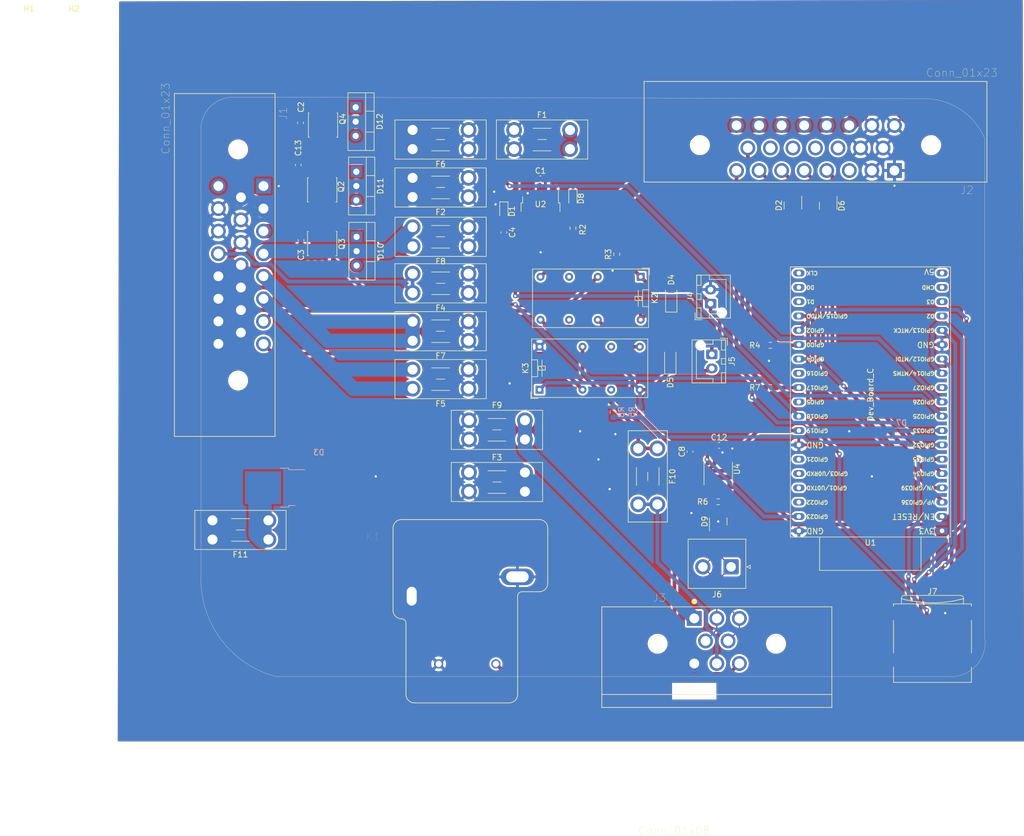
<source format=kicad_pcb>
(kicad_pcb (version 20211014) (generator pcbnew)
  (layers (0 "F.Cu" signal) (31 "B.Cu" signal) (34 "B.Paste" user) (35 "F.Paste" user) (36 "B.SilkS" user "B.Silkscreen") (37 "F.SilkS" user "F.Silkscreen") (38 "B.Mask" user) (39 "F.Mask" user) (44 "Edge.Cuts" user))
  (net 0 "")
  (net 1 "GND")
  (net 2 "/PUMP_RTRN_12V")
  (net 3 "INT_12V")
  (net 4 "+12V")
  (net 5 "/FAN_12V")
  (net 6 "/BATT_12V")
  (net 7 "/FAULT_LATCHER/IMD_SWITCH")
  (net 8 "/PUMP_12V")
  (net 9 "/BRAKE_12V")
  (net 10 "/BRAKE_RTRN_12V")
  (net 11 "/DCDC_IN")
  (net 12 "/FAULT_BMS")
  (net 13 "/FAULT_IMD")
  (net 14 "/BRB_RTN")
  (net 15 "/WHEEL_L")
  (net 16 "/WHEEL_R")
  (net 17 "/SUSPENSION_L")
  (net 18 "/SUSPENSION_R")
  (net 19 "/CAN_P")
  (net 20 "/CAN_N")
  (net 21 "VDD")
  (net 22 "/FAN_RTRN_12V")
  (net 23 "Net-(D8-Pad2)")
  (net 24 "/SSOK")
  (net 25 "/Controller/FAULT_IMD")
  (net 26 "/Controller/FAN_CTRL")
  (net 27 "/Controller/PUMP_CTRL")
  (net 28 "/Controller/BRAKE_CTRL")
  (net 33 "/Controller/CAN_MISO")
  (net 34 "/WATER_OUT-")
  (net 35 "/Controller/CAN_MOSI")
  (net 36 "/charge-controller/dcdc_fuse")
  (net 37 "/TSV")
  (net 38 "/WATER_IN-")
  (net 39 "Net-(K2-Pad13)")
  (net 54 "/Controller/DAT2")
  (net 55 "/Controller/DAT3")
  (net 56 "/Controller/CMD")
  (net 57 "/Controller/CLK")
  (net 58 "/Controller/DAT0")
  (net 59 "/Controller/DAT1")
  (net 60 "BMS_12V")
  (net 62 "/RINE_12")
  (net 63 "/BRB_LOOP")
  (net 64 "/FRONT_12")
  (net 65 "/HVB_12")
  (net 67 "/FAULT_LATCHER/BMS_SWITCH")
  (footprint "Package_TO_SOT_SMD:TO-252-2" (layer "F.Cu") (at 118.725 82.725 -90)
    (fp_text reference "U2")
    (fp_text value "TS2940CP33 ROG")
  )
  (footprint "MountingHole:MountingHole_3.2mm_M3" (layer "F.Cu") (at 35.95 50)
    (fp_text reference "H2")
    (fp_text value "MountingHole")
  )
  (footprint "Diode_SMD:D_SOD-123" (layer "F.Cu") (at 141.75 108.351115 90)
    (fp_text reference "D5")
    (fp_text value "1N4148")
  )
  (footprint "Capacitor_SMD:C_0603_1608Metric_Pad1.08x0.95mm_HandSolder" (layer "F.Cu") (at 76.15 66.035 -90)
    (fp_text reference "C2")
    (fp_text value "1u")
  )
  (footprint "AERO_Footprints:Fuseholder_Blade_Mini_Keystone_3568" (layer "F.Cu") (at 114.04 67.3)
    (fp_text reference "F1")
    (fp_text value "2A")
  )
  (footprint "Connector_Card:microSD_HC_Wuerth_693072010801" (layer "F.Cu") (at 188.25 157.1725)
    (fp_text reference "J7")
    (fp_text value "Micro_SD_Card")
  )
  (footprint "AERO_Footprints:Fuseholder_Blade_Mini_Keystone_3568" (layer "F.Cu") (at 106.04 118.8)
    (fp_text reference "F9")
    (fp_text value "1A")
  )
  (footprint "Capacitor_SMD:C_0603_1608Metric_Pad1.08x0.95mm_HandSolder" (layer "F.Cu") (at 150.3875 123.25)
    (fp_text reference "C12")
    (fp_text value "0.1u")
  )
  (footprint "AERO_Footprints:SOIC127P600X175-8N" (layer "F.Cu") (at 150.25 128.25 -90)
    (fp_text reference "U4")
    (fp_text value "MAX33054EASA+T")
  )
  (footprint "Relay_THT:Relay_DPDT_Omron_G5V-2" (layer "F.Cu") (at 136.5 93.351115 -90)
    (fp_text reference "K2")
    (fp_text value "G5V-2")
  )
  (footprint "Connector_JST:JST_XH_B2B-XH-AM_1x02_P2.50mm_Vertical" (layer "F.Cu") (at 148.8925 98.113615 90)
    (fp_text reference "J4")
    (fp_text value "JST-B2B-VERT-2PIN")
  )
  (footprint "Package_TO_SOT_THT:TO-220-3_Vertical" (layer "F.Cu") (at 86.055 74.71 -90)
    (fp_text reference "D11")
    (fp_text value "FERD20M60ST")
  )
  (footprint "MountingHole:MountingHole_3.2mm_M3" (layer "F.Cu") (at 28 50)
    (fp_text reference "H1")
    (fp_text value "MountingHole")
  )
  (footprint "esp32:ESP32-DevKitC" (layer "F.Cu") (at 189.95 138.40344 180)
    (fp_text reference "U1")
    (fp_text value "Dev_Board_C")
  )
  (footprint "AERO_Footprints:RELAY_T9VV1K15-12S" (layer "F.Cu") (at 105.25 150)
    (fp_text reference "K1")
    (fp_text value "T9VV1K15-12S")
  )
  (footprint "AERO_Footprints:Fuseholder_Blade_Mini_Keystone_3568" (layer "F.Cu") (at 105.96 96.2 180)
    (fp_text reference "F4")
    (fp_text value "2A")
  )
  (footprint "AERO_Footprints:TE_1-776280-1_8pin_Horizontal" (layer "F.Cu") (at 150 158.4375)
    (fp_text reference "J3")
    (fp_text value "Conn_01x08")
  )
  (footprint "Package_TO_SOT_SMD:LFPAK56" (layer "F.Cu") (at 80 87.285 90)
    (fp_text reference "Q3")
    (fp_text value "PSMN5R2-60YL")
  )
  (footprint "Package_TO_SOT_SMD:LFPAK56" (layer "F.Cu") (at 80 77.75 90)
    (fp_text reference "Q2")
    (fp_text value "PSMN5R2-60YL")
  )
  (footprint "Diode_SMD:D_0603_1608Metric_Pad1.05x0.95mm_HandSolder" (layer "F.Cu") (at 112.225 81.725 -90)
    (fp_text reference "D1")
    (fp_text value "TS4148C RZG")
  )
  (footprint "AERO_Footprints:Fuseholder_Blade_Mini_Keystone_3568" (layer "F.Cu") (at 105.96 87.95 180)
    (fp_text reference "F8")
    (fp_text value "2A")
  )
  (footprint "Package_TO_SOT_THT:TO-220-3_Vertical" (layer "F.Cu") (at 86.095 86.265 -90)
    (fp_text reference "D10")
    (fp_text value "FERD20M60ST")
  )
  (footprint "Capacitor_SMD:C_0603_1608Metric_Pad1.08x0.95mm_HandSolder" (layer "F.Cu") (at 112.225 85.475 90)
    (fp_text reference "C4")
    (fp_text value "10uF")
  )
  (footprint "Capacitor_SMD:C_0603_1608Metric_Pad1.08x0.95mm_HandSolder" (layer "F.Cu") (at 145.25 124.3625 90)
    (fp_text reference "C8")
    (fp_text value "0.1u")
  )
  (footprint "Diode_SMD:D_SOD-123" (layer "F.Cu") (at 141.9175 97.363615 90)
    (fp_text reference "D4")
    (fp_text value "1N4148")
  )
  (footprint "AERO_Footprints:Fuseholder_Blade_Mini_Keystone_3568" (layer "F.Cu") (at 105.96 104.7 180)
    (fp_text reference "F7")
    (fp_text value "5A")
  )
  (footprint "Package_TO_SOT_SMD:SOT-23" (layer "F.Cu") (at 150.25 136.75 90)
    (fp_text reference "D9")
    (fp_text value "DESD2CAN2SOQ-7")
  )
  (footprint "Resistor_SMD:R_0603_1608Metric_Pad0.98x0.95mm_HandSolder" (layer "F.Cu") (at 159.5 105.5 180)
    (fp_text reference "R4")
    (fp_text value "1k")
  )
  (footprint "Package_TO_SOT_SMD:SOT-23" (layer "F.Cu") (at 169.75 80.75 -90)
    (fp_text reference "D6")
    (fp_text value "SP0502BAHT")
  )
  (footprint "Capacitor_SMD:C_0603_1608Metric_Pad1.08x0.95mm_HandSolder" (layer "F.Cu") (at 75.75 73.5 90)
    (fp_text reference "C13")
    (fp_text value "1u")
  )
  (footprint "AERO_Footprints:Fuseholder_Blade_Mini_Keystone_3568" (layer "F.Cu") (at 139.45 123.79 -90)
    (fp_text reference "F10")
    (fp_text value "2A")
  )
  (footprint "Resistor_SMD:R_0603_1608Metric_Pad0.98x0.95mm_HandSolder" (layer "F.Cu") (at 150.25 133.25 180)
    (fp_text reference "R6")
    (fp_text value "120")
  )
  (footprint "AERO_Footprints:Fuseholder_Blade_Mini_Keystone_3568" (layer "F.Cu") (at 105.96 70.7 180)
    (fp_text reference "F6")
    (fp_text value "15A")
  )
  (footprint "Connector_JST:JST_XH_B2B-XH-AM_1x02_P2.50mm_Vertical" (layer "F.Cu") (at 149.1175 107.101115 -90)
    (fp_text reference "J5")
    (fp_text value "JST-B2B-VERT-2PIN")
  )
  (footprint "AERO_Footprints:Fuseholder_Blade_Mini_Keystone_3568" (layer "F.Cu") (at 70.46 139.95 180)
    (fp_text reference "F11")
    (fp_text value "20A")
  )
  (footprint "AERO_Footprints:Fuseholder_Blade_Mini_Keystone_3568" (layer "F.Cu") (at 105.96 79.2 180)
    (fp_text reference "F2")
    (fp_text value "10A")
  )
  (footprint "Relay_THT:Relay_DPDT_Omron_G5V-2" (layer "F.Cu") (at 118.56 113.376115 90)
    (fp_text reference "K3")
    (fp_text value "G5V-2")
  )
  (footprint "Package_TO_SOT_SMD:LFPAK56" (layer "F.Cu") (at 80.15 66.285 90)
    (fp_text reference "Q4")
    (fp_text value "PSMN5R2-60YL")
  )
  (footprint "Capacitor_SMD:C_0603_1608Metric_Pad1.08x0.95mm_HandSolder" (layer "F.Cu") (at 76.25 86.85 -90)
    (fp_text reference "C3")
    (fp_text value "1u")
  )
  (footprint "AERO_Footprints:TE_1-770669-1_23pin_Horizontal" (layer "F.Cu") (at 69.5875 77.25 -90)
    (fp_text reference "J1")
    (fp_text value "Conn_01x23")
  )
  (footprint "Resistor_SMD:R_0603_1608Metric_Pad0.98x0.95mm_HandSolder" (layer "F.Cu") (at 159.5 113 180)
    (fp_text reference "R7")
    (fp_text value "1k")
  )
  (footprint "AERO_Footprints:Fuseholder_Blade_Mini_Keystone_3568" (layer "F.Cu") (at 105.96 113.2 180)
    (fp_text reference "F5")
    (fp_text value "5A")
  )
  (footprint "Resistor_SMD:R_0603_1608Metric_Pad0.98x0.95mm_HandSolder" (layer "F.Cu") (at 132.25 89.351115 -90)
    (fp_text reference "R3")
    (fp_text value "10k")
  )
  (footprint "Capacitor_SMD:C_0603_1608Metric_Pad1.08x0.95mm_HandSolder" (layer "F.Cu") (at 118.725 75.975)
    (fp_text reference "C1")
    (fp_text value "10uF")
  )
  (footprint "AERO_Footprints:Fuseholder_Blade_Mini_Keystone_3568" (layer "F.Cu") (at 106.04 128.05)
    (fp_text reference "F3")
    (fp_text value "15A")
  )
  (footprint "Resistor_SMD:R_0603_1608Metric_Pad0.98x0.95mm_HandSolder" (layer "F.Cu") (at 124.475 84.725 90)
    (fp_text reference "R2")
    (fp_text value "330")
  )
  (footprint "AERO_Footprints:TE_1-770669-1_23pin_Horizontal" (layer "F.Cu") (at 181.5 74.5 180)
    (fp_text reference "J2")
    (fp_text value "Conn_01x23")
  )
  (footprint "Connector_JST:JST_NV_B02P-NV_1x02_P5.00mm_Vertical" (layer "F.Cu") (at 152.5275 144.8 180)
    (fp_text reference "J6")
    (fp_text value "Conn_01x02")
  )
  (footprint "LED_SMD:LED_0603_1608Metric_Pad1.05x0.95mm_HandSolder" (layer "F.Cu") (at 124.475 79.475 -90)
    (fp_text reference "D8")
    (fp_text value "LED")
  )
  (footprint "Package_TO_SOT_THT:TO-220-3_Vertical" (layer "F.Cu") (at 85.94 63.285 -90)
    (fp_text reference "D12")
    (fp_text value "FERD20M60ST")
  )
  (footprint "Package_TO_SOT_SMD:SOT-23" (layer "F.Cu") (at 163.5 80.6875 -90)
    (fp_text reference "D2")
    (fp_text value "SP0502BAHT")
  )
  (footprint "Package_TO_SOT_SMD:TO-252-2" (layer "B.Cu") (at 71.6 130.75 180)
    (fp_text reference "D3")
    (fp_text value "D_KAK")
  )
  (footprint "Resistor_SMD:R_0603_1608Metric_Pad0.98x0.95mm_HandSolder" (layer "B.Cu") (at 131.625 117.3375 90)
    (fp_text reference "R8")
    (fp_text value "2.2K")
  )
  (footprint "Resistor_SMD:R_0603_1608Metric_Pad0.98x0.95mm_HandSolder" (layer "B.Cu") (at 136.375 117.3375 -90)
    (fp_text reference "R5")
    (fp_text value "10K")
  )
  (footprint "Package_TO_SOT_SMD:SOT-23" (layer "B.Cu") (at 182.25 121.75 180)
    (fp_text reference "D7")
    (fp_text value "SP0502BAHT")
  )
  (gr_line (start 197.5 83.5) (end 197.5 68.75) (layer "Edge.Cuts") (width 0.05))
  (gr_line (start 71.75 61.5) (end 64.25 61.5) (layer "Edge.Cuts") (width 0.05))
  (gr_arc (start 187.25 61.75) (mid 193.377194 63.782502) (end 197.5 68.75) (layer "Edge.Cuts") (width 0.05))
  (gr_line (start 71.75 164.25) (end 191 164.25) (layer "Edge.Cuts") (width 0.05))
  (gr_line (start 187.25 61.75) (end 71.75 61.5) (layer "Edge.Cuts") (width 0.05))
  (gr_arc (start 71.75 164.25) (mid 61.98058 157.564642) (end 58.5 146.25) (layer "Edge.Cuts") (width 0.05))
  (gr_line (start 58.5 66.75) (end 58.5 146.25) (layer "Edge.Cuts") (width 0.05))
  (gr_line (start 197.5 157.25) (end 197.5 83.5) (layer "Edge.Cuts") (width 0.05))
  (gr_arc (start 197.5 157.250001) (mid 195.974153 162.351) (end 191 164.25) (layer "Edge.Cuts") (width 0.05))
  (gr_arc (start 58.5 66.75) (mid 60.336133 62.987194) (end 64.25 61.5) (layer "Edge.Cuts") (width 0.05))
  (via (at 151 124.5) (size 0.8) (drill 0.4) (layers "F.Cu" "B.Cu") (net 1))
  (via (at 118.75 89) (size 0.8) (drill 0.4) (layers "F.Cu" "B.Cu") (net 1))
  (via (at 132 121.25) (size 0.8) (drill 0.4) (layers "F.Cu" "B.Cu") (net 1))
  (via (at 110.75 80.5) (size 0.8) (drill 0.4) (layers "F.Cu" "B.Cu") (net 1))
  (via (at 129 125.75) (size 0.8) (drill 0.4) (layers "F.Cu" "B.Cu") (net 1))
  (via (at 173.5 120.75) (size 0.8) (drill 0.4) (layers "F.Cu" "B.Cu") (net 1))
  (via (at 145.5 135.25) (size 0.8) (drill 0.4) (layers "F.Cu" "B.Cu") (net 1))
  (via (at 159.25 108.25) (size 0.8) (drill 0.4) (layers "F.Cu" "B.Cu") (net 1))
  (via (at 131 131) (size 0.8) (drill 0.4) (layers "F.Cu" "B.Cu") (net 1))
  (via (at 190.5 153) (size 0.8) (drill 0.4) (layers "F.Cu" "B.Cu") (net 1))
  (via (at 131 131) (size 0.8) (drill 0.4) (layers "F.Cu" "B.Cu") (net 1))
  (via (at 89.5 128.75) (size 0.8) (drill 0.4) (layers "F.Cu" "B.Cu") (net 1))
  (via (at 110.5 78.25) (size 0.8) (drill 0.4) (layers "F.Cu" "B.Cu") (net 1))
  (via (at 177.5 128.75) (size 0.8) (drill 0.4) (layers "F.Cu" "B.Cu") (net 1))
  (via (at 125.75 120.75) (size 0.8) (drill 0.4) (layers "F.Cu" "B.Cu") (net 1))
  (via (at 113.25 112.25) (size 0.8) (drill 0.4) (layers "F.Cu" "B.Cu") (net 1))
  (via (at 150.25 136.75) (size 0.8) (drill 0.4) (layers "F.Cu" "B.Cu") (net 1))
  (segment (start 117.8625 75.975) (end 116.975 75.975) (width 0.635) (layer "F.Cu") (net 3))
  (segment (start 141.9175 99.013615) (end 138.4575 99.013615) (width 0.635) (layer "F.Cu") (net 3))
  (segment (start 138.4575 99.013615) (end 136.5 100.971115) (width 0.635) (layer "F.Cu") (net 3))
  (segment (start 116.975 75.975) (end 116.445 75.445) (width 0.635) (layer "F.Cu") (net 3))
  (segment (start 136.5 97.25) (end 131.5 92.25) (width 0.635) (layer "F.Cu") (net 3))
  (segment (start 116.445 74.055) (end 116.445 75.445) (width 2.54) (layer "F.Cu") (net 3))
  (segment (start 119.8 70.7) (end 116.445 74.055) (width 2.54) (layer "F.Cu") (net 3))
  (segment (start 114.12 80.85) (end 116.445 78.525) (width 0.635) (layer "F.Cu") (net 3))
  (segment (start 141.9175 99.013615) (end 142.351129 99.013615) (width 0.635) (layer "F.Cu") (net 3))
  (segment (start 136.5 100.971115) (end 136.5 97.25) (width 0.635) (layer "F.Cu") (net 3))
  (segment (start 116.445 75.445) (end 116.445 78.525) (width 2.54) (layer "F.Cu") (net 3))
  (segment (start 123.96 67.3) (end 123.96 70.7) (width 2.54) (layer "F.Cu") (net 3))
  (segment (start 112.225 80.85) (end 114.12 80.85) (width 0.635) (layer "F.Cu") (net 3))
  (segment (start 149.1175 105.779986) (end 149.1175 107.101115) (width 0.635) (layer "F.Cu") (net 3))
  (segment (start 142.351129 99.013615) (end 149.1175 105.779986) (width 0.635) (layer "F.Cu") (net 3))
  (segment (start 123.96 70.7) (end 119.8 70.7) (width 2.54) (layer "F.Cu") (net 3))
  (via (at 116.445 78.525) (size 0.8) (drill 0.4) (layers "F.Cu" "B.Cu") (net 3))
  (via (at 131.5 92.25) (size 0.8) (drill 0.4) (layers "F.Cu" "B.Cu") (net 3))
  (segment (start 131.5 92.25) (end 117.775 78.525) (width 0.635) (layer "B.Cu") (net 3))
  (segment (start 117.775 78.525) (end 116.445 78.525) (width 0.635) (layer "B.Cu") (net 3))
  (segment (start 141.75 110.001115) (end 148.7175 110.001115) (width 0.635) (layer "F.Cu") (net 7))
  (segment (start 136.34 113.376115) (end 138.375 113.376115) (width 0.635) (layer "F.Cu") (net 7))
  (segment (start 138.375 113.376115) (end 141.75 110.001115) (width 0.635) (layer "F.Cu") (net 7))
  (segment (start 148.7175 110.001115) (end 149.1175 109.601115) (width 0.635) (layer "F.Cu") (net 7))
  (segment (start 136.34 113.376115) (end 135.122989 112.159104) (width 0.635) (layer "B.Cu") (net 7))
  (segment (start 119.777011 112.159104) (end 118.56 113.376115) (width 0.635) (layer "B.Cu") (net 7))
  (segment (start 136.375 113.411115) (end 136.34 113.376115) (width 0.635) (layer "B.Cu") (net 7))
  (segment (start 135.122989 112.159104) (end 119.777011 112.159104) (width 0.635) (layer "B.Cu") (net 7))
  (segment (start 136.375 116.425) (end 136.375 113.411115) (width 0.635) (layer "B.Cu") (net 7))
  (segment (start 96.04 87.95) (end 94.45 87.95) (width 2.54) (layer "B.Cu") (net 9))
  (segment (start 70.0325 88.805) (end 86.095 88.805) (width 2.54) (layer "B.Cu") (net 9))
  (segment (start 94.45 87.95) (end 93.545 87.045) (width 2.54) (layer "B.Cu") (net 9))
  (segment (start 93.545 87.045) (end 96.04 84.55) (width 2.54) (layer "B.Cu") (net 9))
  (segment (start 91.785 88.805) (end 93.545 87.045) (width 2.54) (layer "B.Cu") (net 9))
  (segment (start 86.095 88.805) (end 91.785 88.805) (width 2.54) (layer "B.Cu") (net 9))
  (segment (start 69.5875 89.25) (end 70.0325 88.805) (width 2.54) (layer "B.Cu") (net 9))
  (segment (start 88.56452 89.808233) (end 88.56452 87.801767) (width 2.54) (layer "F.Cu") (net 10))
  (segment (start 80.585 86.265) (end 86.095 86.265) (width 2.54) (layer "F.Cu") (net 10))
  (segment (start 86.095 91.345) (end 87.027753 91.345) (width 2.54) (layer "F.Cu") (net 10))
  (segment (start 78.4 85.25) (end 80 86.85) (width 2.54) (layer "F.Cu") (net 10))
  (segment (start 87.027753 91.345) (end 88.56452 89.808233) (width 2.54) (layer "F.Cu") (net 10))
  (segment (start 69.5875 85.25) (end 78.4 85.25) (width 2.54) (layer "F.Cu") (net 10))
  (segment (start 87.027753 86.265) (end 81.515 86.265) (width 2.54) (layer "F.Cu") (net 10))
  (segment (start 80 86.85) (end 80.585 86.265) (width 2.54) (layer "F.Cu") (net 10))
  (segment (start 88.56452 87.801767) (end 87.027753 86.265) (width 2.54) (layer "F.Cu") (net 10))
  (segment (start 69.5875 101.25) (end 71.444511 99.392989) (width 0.635) (layer "F.Cu") (net 12))
  (segment (start 71.444511 99.392989) (end 122.838126 99.392989) (width 0.635) (layer "F.Cu") (net 12))
  (segment (start 122.838126 99.392989) (end 128.88 93.351115) (width 0.635) (layer "F.Cu") (net 12))
  (segment (start 69.5875 105.25) (end 71.310626 106.973126) (width 0.635) (layer "F.Cu") (net 13))
  (segment (start 119.777011 106.973126) (end 126.18 113.376115) (width 0.635) (layer "F.Cu") (net 13))
  (segment (start 71.310626 106.973126) (end 119.777011 106.973126) (width 0.635) (layer "F.Cu") (net 13))
  (segment (start 118.72 100.971115) (end 119.937011 102.188126) (width 0.635) (layer "F.Cu") (net 14))
  (segment (start 142.482989 123.982989) (end 142.482989 163.767011) (width 0.635) (layer "F.Cu") (net 14))
  (segment (start 154 161.9375) (end 152.170489 163.767011) (width 0.635) (layer "F.Cu") (net 14))
  (segment (start 112.572011 163.767011) (end 110.815 162.01) (width 0.635) (layer "F.Cu") (net 14))
  (segment (start 135 116.5) (end 142.482989 123.982989) (width 0.635) (layer "F.Cu") (net 14))
  (segment (start 152.170489 163.767011) (end 142.482989 163.767011) (width 0.635) (layer "F.Cu") (net 14))
  (segment (start 135 111.25) (end 135 116.5) (width 0.635) (layer "F.Cu") (net 14))
  (segment (start 119.937011 102.188126) (end 125.938126 102.188126) (width 0.635) (layer "F.Cu") (net 14))
  (segment (start 142.482989 163.767011) (end 112.572011 163.767011) (width 0.635) (layer "F.Cu") (net 14))
  (segment (start 125.938126 102.188126) (end 135 111.25) (width 0.635) (layer "F.Cu") (net 14))
  (segment (start 162.55 79.75) (end 162.55 88.05) (width 0.635) (layer "F.Cu") (net 15))
  (segment (start 167 92.25) (end 167 110.12344) (width 0.635) (layer "F.Cu") (net 15))
  (segment (start 162.55 88.05) (end 166.75 92.25) (width 0.635) (layer "F.Cu") (net 15))
  (segment (start 157.5 74.5) (end 162.55 79.55) (width 0.635) (layer "F.Cu") (net 15))
  (segment (start 167 110.12344) (end 190.2 133.32344) (width 0.635) (layer "F.Cu") (net 15))
  (segment (start 162.55 79.55) (end 162.55 79.75) (width 0.635) (layer "F.Cu") (net 15))
  (segment (start 188.59019 130.78344) (end 189.95 130.78344) (width 0.635) (layer "F.Cu") (net 16))
  (segment (start 168 83.3) (end 168 110.19325) (width 0.635) (layer "F.Cu") (net 16))
  (segment (start 164.45 79.75) (end 168 83.3) (width 0.635) (layer "F.Cu") (net 16))
  (segment (start 161.5 74.5) (end 164.45 77.45) (width 0.635) (layer "F.Cu") (net 16))
  (segment (start 164.45 77.45) (end 164.45 79.75) (width 0.635) (layer "F.Cu") (net 16))
  (segment (start 168 110.19325) (end 188.59019 130.78344) (width 0.635) (layer "F.Cu") (net 16))
  (segment (start 168.83452 77.83452) (end 168.83452 107.12796) (width 0.635) (layer "F.Cu") (net 17))
  (segment (start 168.83452 107.12796) (end 189.95 128.24344) (width 0.635) (layer "F.Cu") (net 17))
  (segment (start 165.5 74.5) (end 168.83452 77.83452) (width 0.635) (layer "F.Cu") (net 17))
  (segment (start 170.5 107.61325) (end 188.59019 125.70344) (width 0.635) (layer "F.Cu") (net 18))
  (segment (start 170.5 75.5) (end 170.5 107.61325) (width 0.635) (layer "F.Cu") (net 18))
  (segment (start 169.5 74.5) (end 170.5 75.5) (width 0.635) (layer "F.Cu") (net 18))
  (segment (start 188.59019 125.70344) (end 189.95 125.70344) (width 0.635) (layer "F.Cu") (net 18))
  (segment (start 154 155.9375) (end 152 157.9375) (width 0.2) (layer "F.Cu") (net 19))
  (segment (start 150.475001 142.747501) (end 152.5275 144.8) (width 0.2) (layer "F.Cu") (net 19))
  (segment (start 150.475001 134.77548) (end 150.586197 134.77548) (width 0.2) (layer "F.Cu") (net 19))
  (segment (start 150.586197 134.77548) (end 150.655359 134.844641) (width 0.2) (layer "F.Cu") (net 19))
  (segment (start 150.475001 132.562501) (end 151.1625 133.25) (width 0.2) (layer "F.Cu") (net 19))
  (segment (start 150.475001 133.937499) (end 150.475001 134.77548) (width 0.2) (layer "F.Cu") (net 19))
  (segment (start 154 153.9375) (end 154 155.9375) (width 0.2) (layer "F.Cu") (net 19))
  (segment (start 151.1625 133.25) (end 150.475001 133.937499) (width 0.2) (layer "F.Cu") (net 19))
  (segment (start 150.475001 138.412499) (end 150.475001 142.747501) (width 0.2) (layer "F.Cu") (net 19))
  (segment (start 151.2 135.389282) (end 150.655359 134.844641) (width 0.2) (layer "F.Cu") (net 19))
  (segment (start 150.475001 131.134999) (end 150.475001 132.562501) (width 0.2) (layer "F.Cu") (net 19))
  (segment (start 150.655359 134.844641) (end 150.84952 135.038803) (width 0.2) (layer "F.Cu") (net 19))
  (segment (start 150.252501 147.074999) (end 150.252501 150.190001) (width 0.2) (layer "F.Cu") (net 19))
  (segment (start 151.2 137.6875) (end 150.475001 138.412499) (width 0.2) (layer "F.Cu") (net 19))
  (segment (start 152.5275 144.8) (end 150.252501 147.074999) (width 0.2) (layer "F.Cu") (net 19))
  (segment (start 150.885 130.725) (end 150.475001 131.134999) (width 0.2) (layer "F.Cu") (net 19))
  (segment (start 151.2 137.6875) (end 151.2 135.389282) (width 0.2) (layer "F.Cu") (net 19))
  (segment (start 150.252501 150.190001) (end 154 153.9375) (width 0.2) (layer "F.Cu") (net 19))
  (segment (start 150.024999 131.134999) (end 150.024999 132.562501) (width 0.2) (layer "F.Cu") (net 20))
  (segment (start 150 153.9375) (end 150 155.9375) (width 0.2) (layer "F.Cu") (net 20))
  (segment (start 149.3 137.6875) (end 150.024999 138.412499) (width 0.2) (layer "F.Cu") (net 20))
  (segment (start 150.024999 134.77548) (end 149.913803 134.77548) (width 0.2) (layer "F.Cu") (net 20))
  (segment (start 149.802499 150.376396) (end 150 150.573897) (width 0.2) (layer "F.Cu") (net 20))
  (segment (start 147.5275 144.8) (end 149.802499 147.074999) (width 0.2) (layer "F.Cu") (net 20))
  (segment (start 150.024999 138.412499) (end 150.024999 142.302501) (width 0.2) (layer "F.Cu") (net 20))
  (segment (start 150.024999 133.937499) (end 150.024999 134.77548) (width 0.2) (layer "F.Cu") (net 20))
  (segment (start 150 155.9375) (end 148 157.9375) (width 0.2) (layer "F.Cu") (net 20))
  (segment (start 149.615 130.725) (end 150.024999 131.134999) (width 0.2) (layer "F.Cu") (net 20))
  (segment (start 150.024999 132.562501) (end 149.3375 133.25) (width 0.2) (layer "F.Cu") (net 20))
  (segment (start 149.3375 133.25) (end 150.024999 133.937499) (width 0.2) (layer "F.Cu") (net 20))
  (segment (start 150.024999 142.302501) (end 147.5275 144.8) (width 0.2) (layer "F.Cu") (net 20))
  (segment (start 149.3 137.6875) (end 149.3 135.389283) (width 0.2) (layer "F.Cu") (net 20))
  (segment (start 149.802499 147.074999) (end 149.802499 150.376396) (width 0.2) (layer "F.Cu") (net 20))
  (segment (start 149.3 135.389283) (end 149.913803 134.77548) (width 0.2) (layer "F.Cu") (net 20))
  (segment (start 150 150.573897) (end 150 153.9375) (width 0.2) (layer "F.Cu") (net 20))
  (segment (start 145.25 125.25) (end 148.345 128.345) (width 0.635) (layer "F.Cu") (net 21))
  (segment (start 149.525 125.685) (end 149.615 125.775) (width 0.635) (layer "F.Cu") (net 21))
  (segment (start 153.5 66.5) (end 146.265107 66.5) (width 2.54) (layer "F.Cu") (net 21))
  (segment (start 182.434359 63.5) (end 185 66.065641) (width 2.54) (layer "F.Cu") (net 21))
  (segment (start 145.25 125.225) (end 145.25 125.25) (width 0.635) (layer "F.Cu") (net 21))
  (segment (start 112.225 86.3375) (end 113.7375 84.825) (width 0.635) (layer "F.Cu") (net 21))
  (segment (start 148.345 127.761983) (end 149.615 126.491983) (width 0.635) (layer "F.Cu") (net 21))
  (segment (start 188.83298 137.28642) (end 189.95 138.40344) (width 0.635) (layer "F.Cu") (net 21))
  (segment (start 175.75 64.25) (end 175.75 63.5) (width 2.54) (layer "F.Cu") (net 21))
  (segment (start 153.5 66.5) (end 173.5 66.5) (width 2.54) (layer "F.Cu") (net 21))
  (segment (start 163.78642 137.28642) (end 188.83298 137.28642) (width 0.635) (layer "F.Cu") (net 21))
  (segment (start 132.75 87.75) (end 121.65 87.75) (width 2.54) (layer "F.Cu") (net 21))
  (segment (start 173.5 66.5) (end 175.75 64.25) (width 2.54) (layer "F.Cu") (net 21))
  (segment (start 148.345 128.345) (end 148.345 127.761983) (width 0.635) (layer "F.Cu") (net 21))
  (segment (start 188.35 140.00344) (end 189.95 138.40344) (width 0.254) (layer "F.Cu") (net 21))
  (segment (start 148.345 130.725) (end 148.345 128.345) (width 0.635) (layer "F.Cu") (net 21))
  (segment (start 149.525 123.25) (end 149.525 125.685) (width 0.635) (layer "F.Cu") (net 21))
  (segment (start 192.41952 135.93392) (end 189.95 138.40344) (width 2.54) (layer "F.Cu") (net 21))
  (segment (start 188.300534 66.065641) (end 192.41952 70.184627) (width 2.54) (layer "F.Cu") (net 21))
  (segment (start 154.261983 127.761983) (end 163.78642 137.28642) (width 0.635) (layer "F.Cu") (net 21))
  (segment (start 119.5375 85.6375) (end 118.725 84.825) (width 0.635) (layer "F.Cu") (net 21))
  (segment (start 124.475 85.6375) (end 119.5375 85.6375) (width 0.635) (layer "F.Cu") (net 21))
  (segment (start 192.41952 70.184627) (end 192.41952 135.93392) (width 2.54) (layer "F.Cu") (net 21))
  (segment (start 148.345 127.761983) (end 154.261983 127.761983) (width 0.635) (layer "F.Cu") (net 21))
  (segment (start 113.7375 84.825) (end 118.725 84.825) (width 0.635) (layer "F.Cu") (net 21))
  (segment (start 132.75 80.015107) (end 132.75 87.75) (width 2.54) (layer "F.Cu") (net 21))
  (segment (start 185 66.065641) (end 188.300534 66.065641) (width 2.54) (layer "F.Cu") (net 21))
  (segment (start 146.265107 66.5) (end 132.75 80.015107) (width 2.54) (layer "F.Cu") (net 21))
  (segment (start 188.35 155.6225) (end 188.35 140.00344) (width 0.254) (layer "F.Cu") (net 21))
  (segment (start 175.75 63.5) (end 182.434359 63.5) (width 2.54) (layer "F.Cu") (net 21))
  (segment (start 149.615 126.491983) (end 149.615 125.775) (width 0.635) (layer "F.Cu") (net 21))
  (segment (start 121.65 87.75) (end 118.725 84.825) (width 2.54) (layer "F.Cu") (net 21))
  (segment (start 124.475 80.35) (end 124.475 83.8125) (width 0.635) (layer "F.Cu") (net 23))
  (segment (start 136.05 123.79) (end 136.05 122.45) (width 0.635) (layer "F.Cu") (net 24))
  (segment (start 137.39 123.79) (end 136.05 122.45) (width 0.635) (layer "F.Cu") (net 24))
  (segment (start 136.05 122.45) (end 136.05 120.55) (width 0.635) (layer "F.Cu") (net 24))
  (segment (start 136.05 120.55) (end 126.18 110.68) (width 0.635) (layer "F.Cu") (net 24))
  (segment (start 126.18 110.68) (end 126.18 105.756115) (width 0.635) (layer "F.Cu") (net 24))
  (segment (start 139.45 123.79) (end 137.39 123.79) (width 0.635) (layer "F.Cu") (net 24))
  (segment (start 183.1875 122.7) (end 183.65094 123.16344) (width 0.635) (layer "B.Cu") (net 25))
  (segment (start 136.375 118.25) (end 131.625 118.25) (width 0.635) (layer "B.Cu") (net 25))
  (segment (start 166.3 122.7) (end 165.35 121.75) (width 0.635) (layer "B.Cu") (net 25))
  (segment (start 183.1875 122.7) (end 166.3 122.7) (width 0.635) (layer "B.Cu") (net 25))
  (segment (start 139.875 121.75) (end 136.375 118.25) (width 0.635) (layer "B.Cu") (net 25))
  (segment (start 165.35 121.75) (end 139.875 121.75) (width 0.635) (layer "B.Cu") (net 25))
  (segment (start 183.65094 123.16344) (end 189.95 123.16344) (width 0.635) (layer "B.Cu") (net 25))
  (segment (start 82.06 69.12) (end 85.547011 72.607011) (width 0.635) (layer "F.Cu") (net 26))
  (segment (start 85.547011 72.607011) (end 108.607011 72.607011) (width 0.635) (layer "F.Cu") (net 26))
  (segment (start 108.607011 72.607011) (end 113.25 77.25) (width 0.635) (layer "F.Cu") (net 26))
  (via (at 113.25 77.25) (size 0.8) (drill 0.4) (layers "F.Cu" "B.Cu") (net 26))
  (segment (start 134.130896 77.25) (end 113.25 77.25) (width 0.635) (layer "B.Cu") (net 26))
  (segment (start 161.147316 104.26642) (end 134.130896 77.25) (width 0.635) (layer "B.Cu") (net 26))
  (segment (start 178.67298 104.26642) (end 161.147316 104.26642) (width 0.635) (layer "B.Cu") (net 26))
  (segment (start 189.95 115.54344) (end 178.67298 104.26642) (width 0.635) (layer "B.Cu") (net 26))
  (segment (start 90.04 98.25) (end 114.25 98.25) (width 0.635) (layer "F.Cu") (net 27))
  (segment (start 81.91 90.12) (end 90.04 98.25) (width 0.635) (layer "F.Cu") (net 27))
  (via (at 114.25 98.25) (size 0.8) (drill 0.4) (layers "F.Cu" "B.Cu") (net 27))
  (segment (start 157.791144 111.324584) (end 164.55 118.08344) (width 0.635) (layer "B.Cu") (net 27))
  (segment (start 127.324584 111.324584) (end 157.791144 111.324584) (width 0.635) (layer "B.Cu") (net 27))
  (segment (start 114.25 98.25) (end 127.324584 111.324584) (width 0.635) (layer "B.Cu") (net 27))
  (segment (start 81.91 80.585) (end 82.58452 81.25952) (width 0.635) (layer "F.Cu") (net 28))
  (segment (start 82.58452 81.25952) (end 105.366442 81.25952) (width 0.635) (layer "F.Cu") (net 28))
  (segment (start 114.25 90.143078) (end 114.25 96.75) (width 0.635) (layer "F.Cu") (net 28))
  (segment (start 105.366442 81.25952) (end 114.25 90.143078) (width 0.635) (layer "F.Cu") (net 28))
  (via (at 114.25 96.75) (size 0.8) (drill 0.4) (layers "F.Cu" "B.Cu") (net 28))
  (segment (start 186.29298 114.42642) (end 162.67642 114.42642) (width 0.635) (layer "B.Cu") (net 28))
  (segment (start 114.25 96.75) (end 145 96.75) (width 0.635) (layer "B.Cu") (net 28))
  (segment (start 145 96.75) (end 162.67642 114.42642) (width 0.635) (layer "B.Cu") (net 28))
  (segment (start 189.95 118.08344) (end 186.29298 114.42642) (width 0.635) (layer "B.Cu") (net 28))
  (segment (start 152.155 125.775) (end 157.30656 120.62344) (width 0.635) (layer "F.Cu") (net 33))
  (segment (start 157.30656 120.62344) (end 164.55 120.62344) (width 0.635) (layer "F.Cu") (net 33))
  (segment (start 160.4125 105.5) (end 155.5 100.5875) (width 0.635) (layer "F.Cu") (net 34))
  (segment (start 160.4125 105.5) (end 164.43344 105.5) (width 0.635) (layer "F.Cu") (net 34))
  (segment (start 164.43344 105.5) (end 164.55 105.38344) (width 0.635) (layer "F.Cu") (net 34))
  (segment (start 155.5 100.5875) (end 155.5 70.5) (width 0.635) (layer "F.Cu") (net 34))
  (segment (start 148.275 125.775) (end 148.25 125.75) (width 0.635) (layer "F.Cu") (net 35))
  (segment (start 148.345 125.775) (end 148.275 125.775) (width 0.635) (layer "F.Cu") (net 35))
  (via (at 148.25 125.75) (size 0.8) (drill 0.4) (layers "F.Cu" "B.Cu") (net 35))
  (segment (start 158.36344 135.86344) (end 164.55 135.86344) (width 0.635) (layer "B.Cu") (net 35))
  (segment (start 148.25 125.75) (end 158.36344 135.86344) (width 0.635) (layer "B.Cu") (net 35))
  (segment (start 69.46 131.71) (end 68.5 130.75) (width 3.175) (layer "B.Cu") (net 36))
  (segment (start 69.46 139.95) (end 69.46 136.55) (width 3.175) (layer "B.Cu") (net 36))
  (segment (start 68.5 130.75) (end 68.5 138.99) (width 3.175) (layer "B.Cu") (net 36))
  (segment (start 68.5 138.99) (end 69.46 139.95) (width 3.175) (layer "B.Cu") (net 36))
  (segment (start 69.46 136.55) (end 69.46 131.71) (width 3.175) (layer "B.Cu") (net 36))
  (segment (start 150 157.35018) (end 150 161.9375) (width 0.635) (layer "B.Cu") (net 37))
  (segment (start 148.170489 152.670489) (end 148.170489 155.520669) (width 0.635) (layer "B.Cu") (net 37))
  (segment (start 139.45 143.95) (end 148.170489 152.670489) (width 0.635) (layer "B.Cu") (net 37))
  (segment (start 148.170489 155.520669) (end 150 157.35018) (width 0.635) (layer "B.Cu") (net 37))
  (segment (start 139.45 133.71) (end 139.45 137.8) (width 0.635) (layer "B.Cu") (net 37))
  (segment (start 139.45 137.11) (end 139.45 137.8) (width 0.635) (layer "B.Cu") (net 37))
  (segment (start 139.45 137.8) (end 139.45 143.95) (width 0.635) (layer "B.Cu") (net 37))
  (segment (start 136.05 133.71) (end 139.45 133.71) (width 0.635) (layer "B.Cu") (net 37))
  (segment (start 160.4125 113) (end 153.5 106.0875) (width 0.635) (layer "F.Cu") (net 38))
  (segment (start 153.5 106.0875) (end 153.5 74.5) (width 0.635) (layer "F.Cu") (net 38))
  (segment (start 164.54656 113) (end 164.55 113.00344) (width 0.635) (layer "F.Cu") (net 38))
  (segment (start 160.4125 113) (end 164.54656 113) (width 0.635) (layer "F.Cu") (net 38))
  (segment (start 133.665 105.756115) (end 128.88 100.971115) (width 0.635) (layer "F.Cu") (net 39))
  (segment (start 136.34 105.756115) (end 133.665 105.756115) (width 0.635) (layer "F.Cu") (net 39))
  (segment (start 185.05 155.6225) (end 185.05 147.05) (width 0.635) (layer "F.Cu") (net 54))
  (segment (start 185.05 147.05) (end 185 147) (width 0.635) (layer "F.Cu") (net 54))
  (via (at 185 147) (size 0.8) (drill 0.4) (layers "F.Cu" "B.Cu") (net 54))
  (segment (start 191.46702 109.44046) (end 189.95 107.92344) (width 0.635) (layer "B.Cu") (net 54))
  (segment (start 185 147) (end 191.46702 140.53298) (width 0.635) (layer "B.Cu") (net 54))
  (segment (start 191.46702 140.53298) (end 191.46702 109.44046) (width 0.635) (layer "B.Cu") (net 54))
  (segment (start 186.15 147.2235) (end 187.6235 145.75) (width 0.635) (layer "F.Cu") (net 55))
  (segment (start 186.15 155.6225) (end 186.15 147.2235) (width 0.635) (layer "F.Cu") (net 55))
  (via (at 187.6235 145.75) (size 0.8) (drill 0.4) (layers "F.Cu" "B.Cu") (net 55))
  (segment (start 192.30154 141.07196) (end 192.30154 105.19498) (width 0.635) (layer "B.Cu") (net 55))
  (segment (start 192.30154 105.19498) (end 189.95 102.84344) (width 0.635) (layer "B.Cu") (net 55))
  (segment (start 187.6235 145.75) (end 192.30154 141.07196) (width 0.635) (layer "B.Cu") (net 55))
  (segment (start 171.75 124.75) (end 166.16548 119.16548) (width 0.635) (layer "F.Cu") (net 56))
  (segment (start 166.16548 119.16548) (end 166.16548 100.5) (width 0.635) (layer "F.Cu") (net 56))
  (segment (start 165.96892 100.30344) (end 164.55 100.30344) (width 0.635) (layer "F.Cu") (net 56))
  (segment (start 187.25 155.6225) (end 187.25 152.5) (width 0.635) (layer "F.Cu") (net 56))
  (segment (start 166.16548 100.5) (end 165.96892 100.30344) (width 0.635) (layer "F.Cu") (net 56))
  (via (at 187.25 152.5) (size 0.8) (drill 0.4) (layers "F.Cu" "B.Cu") (net 56))
  (via (at 171.75 124.75) (size 0.8) (drill 0.4) (layers "F.Cu" "B.Cu") (net 56))
  (segment (start 187.25 152.5) (end 171.75 137) (width 0.635) (layer "B.Cu") (net 56))
  (segment (start 171.75 137) (end 171.75 124.75) (width 0.635) (layer "B.Cu") (net 56))
  (segment (start 189.45 155.6225) (end 189.45 145.55) (width 0.635) (layer "F.Cu") (net 57))
  (segment (start 189.45 145.55) (end 190.5 144.5) (width 0.635) (layer "F.Cu") (net 57))
  (via (at 190.5 144.5) (size 0.8) (drill 0.4) (layers "F.Cu" "B.Cu") (net 57))
  (segment (start 188.25 102.563736) (end 188.25 108.76344) (width 0.635) (layer "B.Cu") (net 57))
  (segment (start 193.5 141.5) (end 193.5 104.413736) (width 0.635) (layer "B.Cu") (net 57))
  (segment (start 193.5 104.413736) (end 190.812684 101.72642) (width 0.635) (layer "B.Cu") (net 57))
  (segment (start 189.087316 101.72642) (end 188.25 102.563736) (width 0.635) (layer "B.Cu") (net 57))
  (segment (start 190.5 144.5) (end 193.5 141.5) (width 0.635) (layer "B.Cu") (net 57))
  (segment (start 190.812684 101.72642) (end 189.087316 101.72642) (width 0.635) (layer "B.Cu") (net 57))
  (segment (start 188.25 108.76344) (end 189.95 110.46344) (width 0.635) (layer "B.Cu") (net 57))
  (segment (start 191.65 155.6225) (end 191.65 139.230668) (width 0.635) (layer "F.Cu") (net 58))
  (segment (start 194.25 136.630668) (end 194.25 100.78902) (width 0.635) (layer "F.Cu") (net 58))
  (segment (start 194.25 100.78902) (end 194.28902 100.75) (width 0.635) (layer "F.Cu") (net 58))
  (segment (start 191.65 139.230668) (end 194.25 136.630668) (width 0.635) (layer "F.Cu") (net 58))
  (via (at 194.28902 100.75) (size 0.8) (drill 0.4) (layers "F.Cu" "B.Cu") (net 58))
  (segment (start 168.20702 99.18642) (end 164.55 102.84344) (width 0.635) (layer "B.Cu") (net 58))
  (segment (start 192.72544 99.18642) (end 168.20702 99.18642) (width 0.635) (layer "B.Cu") (net 58))
  (segment (start 194.28902 100.75) (end 192.72544 99.18642) (width 0.635) (layer "B.Cu") (net 58))
  (segment (start 191.75 157.5) (end 192.75 156.5) (width 0.635) (layer "F.Cu") (net 59))
  (segment (start 172.5 112.75) (end 185.5 125.75) (width 0.635) (layer "F.Cu") (net 59))
  (segment (start 185.5 125.75) (end 185.75 125.75) (width 0.635) (layer "F.Cu") (net 59))
  (segment (start 184 146.5) (end 184 157.5) (width 0.635) (layer "F.Cu") (net 59))
  (segment (start 184 157.5) (end 191.75 157.5) (width 0.635) (layer "F.Cu") (net 59))
  (via (at 184 146.5) (size 0.8) (drill 0.4) (layers "F.Cu" "B.Cu") (net 59))
  (via (at 172.5 112.75) (size 0.8) (drill 0.4) (layers "F.Cu" "B.Cu") (net 59))
  (via (at 185.75 125.75) (size 0.8) (drill 0.4) (layers "F.Cu" "B.Cu") (net 59))
  (segment (start 184.082989 138.417011) (end 184.082989 146.417011) (width 0.635) (layer "B.Cu") (net 59))
  (segment (start 185.75 136.75) (end 185.75 137.25) (width 0.635) (layer "B.Cu") (net 59))
  (segment (start 184.082989 146.417011) (end 184 146.5) (width 0.635) (layer "B.Cu") (net 59))
  (segment (start 164.55 107.92344) (end 167.67344 107.92344) (width 0.635) (layer "B.Cu") (net 59))
  (segment (start 167.67344 107.92344) (end 172.5 112.75) (width 0.635) (layer "B.Cu") (net 59))
  (segment (start 185.75 136.75) (end 184.082989 138.417011) (width 0.635) (layer "B.Cu") (net 59))
  (segment (start 185.75 125.75) (end 185.75 136.75) (width 0.635) (layer "B.Cu") (net 59))
  (segment (start 96.04 109.8) (end 82.1375 109.8) (width 2.54) (layer "B.Cu") (net 60))
  (segment (start 85.5375 113.2) (end 82.1375 109.8) (width 2.54) (layer "B.Cu") (net 60))
  (segment (start 82.1375 109.8) (end 69.5875 97.25) (width 2.54) (layer "B.Cu") (net 60))
  (segment (start 96.04 113.2) (end 85.5375 113.2) (width 2.54) (layer "B.Cu") (net 60))
  (segment (start 115.96 122.2) (end 115.96 123.8975) (width 2.54) (layer "B.Cu") (net 63))
  (segment (start 115.96 123.8975) (end 146 153.9375) (width 2.54) (layer "B.Cu") (net 63))
  (segment (start 115.96 118.8) (end 115.96 122.2) (width 2.54) (layer "B.Cu") (net 63))
  (segment (start 96.04 92.8) (end 94.650001 94.189999) (width 0.635) (layer "B.Cu") (net 64))
  (segment (start 68.004331 91.079511) (end 66.17482 89.25) (width 0.635) (layer "B.Cu") (net 64))
  (segment (start 94.029999 94.189999) (end 73.939999 94.189999) (width 0.635) (layer "B.Cu") (net 64))
  (segment (start 96.04 92.8) (end 96.04 96.2) (width 0.635) (layer "B.Cu") (net 64))
  (segment (start 70.829511 91.079511) (end 68.004331 91.079511) (width 0.635) (layer "B.Cu") (net 64))
  (segment (start 96.04 96.2) (end 94.029999 94.189999) (width 0.635) (layer "B.Cu") (net 64))
  (segment (start 73.939999 94.189999) (end 70.829511 91.079511) (width 0.635) (layer "B.Cu") (net 64))
  (segment (start 66.17482 89.25) (end 61.5875 89.25) (width 0.635) (layer "B.Cu") (net 64))
  (segment (start 94.650001 94.189999) (end 94.029999 94.189999) (width 0.635) (layer "B.Cu") (net 64))
  (segment (start 96.04 101.3) (end 77.6375 101.3) (width 2.54) (layer "B.Cu") (net 65))
  (segment (start 96.04 104.7) (end 81.0375 104.7) (width 2.54) (layer "B.Cu") (net 65))
  (segment (start 81.0375 104.7) (end 77.6375 101.3) (width 2.54) (layer "B.Cu") (net 65))
  (segment (start 77.6375 101.3) (end 69.5875 93.25) (width 2.54) (layer "B.Cu") (net 65))
  (segment (start 96.04 104.7) (end 96.04 101.3) (width 2.54) (layer "B.Cu") (net 65))
  (segment (start 138.8625 95.713615) (end 136.5 93.351115) (width 0.635) (layer "F.Cu") (net 67))
  (segment (start 133.4125 90.263615) (end 136.5 93.351115) (width 0.635) (layer "F.Cu") (net 67))
  (segment (start 148.8925 98.113615) (end 146.4925 95.713615) (width 0.635) (layer "F.Cu") (net 67))
  (segment (start 141.9175 95.713615) (end 138.8625 95.713615) (width 0.635) (layer "F.Cu") (net 67))
  (segment (start 146.4925 95.713615) (end 141.9175 95.713615) (width 0.635) (layer "F.Cu") (net 67))
  (segment (start 148.8925 99.434744) (end 148.8925 98.113615) (width 0.635) (layer "F.Cu") (net 67))
  (segment (start 150.5 101.042244) (end 148.8925 99.434744) (width 0.635) (layer "F.Cu") (net 67))
  (segment (start 156.25 111.798885) (end 150.5 106.048885) (width 0.635) (layer "F.Cu") (net 67))
  (segment (start 156.25 114.75) (end 156.25 111.798885) (width 0.635) (layer "F.Cu") (net 67))
  (segment (start 132.25 90.263615) (end 121.8075 90.263615) (width 0.635) (layer "F.Cu") (net 67))
  (segment (start 132.25 90.263615) (end 133.4125 90.263615) (width 0.635) (layer "F.Cu") (net 67))
  (segment (start 121.8075 90.263615) (end 118.72 93.351115) (width 0.635) (layer "F.Cu") (net 67))
  (segment (start 150.5 106.048885) (end 150.5 101.042244) (width 0.635) (layer "F.Cu") (net 67))
  (via (at 156.25 114.75) (size 0.8) (drill 0.4) (layers "F.Cu" "B.Cu") (net 67))
  (segment (start 183.1875 120.8) (end 183.36406 120.62344) (width 0.635) (layer "B.Cu") (net 67))
  (segment (start 181.58796 119.20046) (end 160.70046 119.20046) (width 0.635) (layer "B.Cu") (net 67))
  (segment (start 183.1875 120.8) (end 181.58796 119.20046) (width 0.635) (layer "B.Cu") (net 67))
  (segment (start 183.36406 120.62344) (end 189.95 120.62344) (width 0.635) (layer "B.Cu") (net 67))
  (segment (start 160.70046 119.20046) (end 156.25 114.75) (width 0.635) (layer "B.Cu") (net 67))
  (zone (net 2) (net_name "/PUMP_RTRN_12V") (layer "F.Cu") (connect_pads yes (clearance 0.36)) (min_thickness 0.254) (fill yes (thermal_gap 0.508) (thermal_bridge_width 0.508))
    (polygon (pts (xy 88 70.75) (xy 84.75 70.75) (xy 82.75 67.75) (xy 77.25 67.75) (xy 76.75 66) (xy 75.5 65.75) (xy 74.25 67) (xy 69.75 71.5) (xy 64.25 76.75) (xy 63 79) (xy 59.5 79.5) (xy 58.5 78.5) (xy 58.5 75.75) (xy 69 61.5) (xy 88 61.5)))
  )
  (zone (net 1) (net_name "GND") (layers F&B.Cu) (connect_pads (clearance 0.36)) (min_thickness 0.254) (fill yes (thermal_gap 0.508) (thermal_bridge_width 0.508) (island_removal_mode 2) (island_area_min 0))
    (polygon (pts (xy 204.5 175.75) (xy 43.75 175.75) (xy 44 44.5) (xy 204.25 44.25)))
  )
  (zone (net 22) (net_name "/FAN_RTRN_12V") (layer "F.Cu") (connect_pads yes (clearance 0.36)) (min_thickness 0.254) (fill yes (thermal_gap 0.508) (thermal_bridge_width 0.508))
    (polygon (pts (xy 88 81.5) (xy 75.25 81.5) (xy 67 78.25) (xy 67 75.5) (xy 72.25 73.5) (xy 88 73.5)))
  )
  (zone (net 5) (net_name "/FAN_12V") (layer "B.Cu") (connect_pads yes (clearance 0.36)) (min_thickness 0.254) (fill yes (thermal_gap 0.508) (thermal_bridge_width 0.508))
    (polygon (pts (xy 98 80.75) (xy 92 80.75) (xy 86.5 78.5) (xy 80.5 79.5) (xy 76.75 79.5) (xy 76.75 80.75) (xy 70.25 83.25) (xy 67.75 82.25) (xy 68.25 79.25) (xy 69 79.25) (xy 74.75 76.25) (xy 85.5 76) (xy 90 75.75) (xy 94.75 74) (xy 98 74)))
  )
  (zone (net 62) (net_name "/RINE_12") (layer "B.Cu") (connect_pads yes (clearance 0.36)) (min_thickness 0.254) (fill yes (thermal_gap 0.508) (thermal_bridge_width 0.508))
    (polygon (pts (xy 147.75 159.75) (xy 147.75 163.5) (xy 139 163.5) (xy 114 139.25) (xy 114 126.5) (xy 114.75 125.5)))
  )
  (zone (net 6) (net_name "/BATT_12V") (layer "B.Cu") (connect_pads yes (clearance 0.36)) (min_thickness 0.254) (fill yes (thermal_gap 0.508) (thermal_bridge_width 0.508))
    (polygon (pts (xy 67.5 91.75) (xy 68 92) (xy 68 106.5) (xy 71.5 109.25) (xy 84 120.5) (xy 98 120.5) (xy 98 143.5) (xy 104.75 151.75) (xy 104.75 156.25) (xy 88.75 156.25) (xy 73.25 139.75) (xy 73.25 122.5) (xy 63.75 114) (xy 63.75 90)))
  )
  (zone (net 8) (net_name "/PUMP_12V") (layer "B.Cu") (connect_pads yes (clearance 0.36)) (min_thickness 0.254) (fill yes (thermal_gap 0.508) (thermal_bridge_width 0.508))
    (polygon (pts (xy 98.25 73) (xy 92.5 73) (xy 89.5 71.5) (xy 81.25 71.5) (xy 76.25 71.5) (xy 73.25 71.5) (xy 70.75 73.25) (xy 68 75.75) (xy 67.5 80) (xy 65.5 81) (xy 63.75 80.25) (xy 63 79) (xy 64.25 76.75) (xy 70.5 70.25) (xy 76 65.5) (xy 84.75 64.75) (xy 98.25 64.75)))
  )
  (zone (net 11) (net_name "/DCDC_IN") (layer "B.Cu") (connect_pads yes (clearance 0.36)) (min_thickness 0.254) (fill yes (thermal_gap 0.508) (thermal_bridge_width 0.508))
    (polygon (pts (xy 63.5 143) (xy 55.145287 142.908492) (xy 57.395287 91.158492) (xy 63.5 91.25)))
  )
  (zone (net 4) (net_name "+12V") (layer "B.Cu") (connect_pads (clearance 0.36)) (min_thickness 0.254) (fill yes (thermal_gap 0.508) (thermal_bridge_width 0.508))
    (polygon (pts (xy 116.5 73) (xy 112.25 74.5) (xy 112.25 132.5) (xy 112.25 138.25) (xy 120 146) (xy 120 149.75) (xy 105.75 149.5) (xy 100.25 143.5) (xy 100.5 64.5) (xy 116.75 64.5)))
  )
)
</source>
